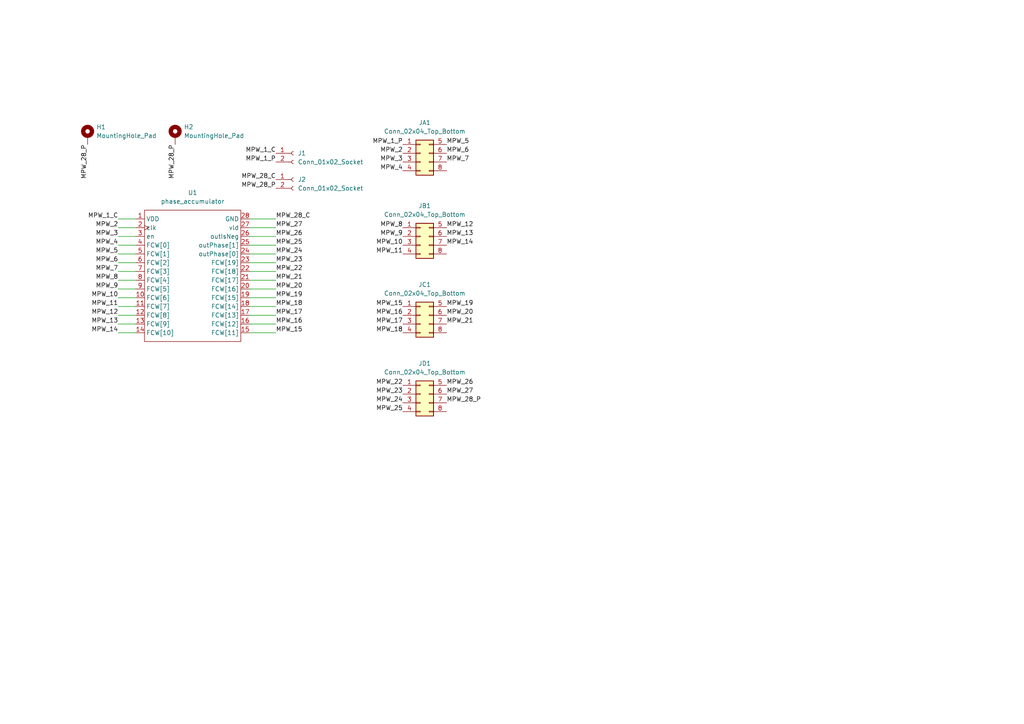
<source format=kicad_sch>
(kicad_sch (version 20250114) (generator "eeschema") (generator_version "9.0")
  (paper "A4")
  (lib_symbols
    (symbol "Connector:Conn_01x02_Socket" (pin_names (offset 1.016) (hide yes))
      (property "Reference" "J" (at 0 2.54 0))
      (property "Value" "Conn_01x02_Socket" (at 0 -5.08 0))
      (symbol "Conn_01x02_Socket_1_1"
        (polyline (pts (xy -1.27 0) (xy -0.508 0)) (stroke (width 0.1524)))
        (polyline (pts (xy -1.27 -2.54) (xy -0.508 -2.54)) (stroke (width 0.1524)))
        (arc (start 0 -0.508) (mid -0.5058 0) (end 0 0.508) (stroke (width 0.1524)))
        (arc (start 0 -3.048) (mid -0.5058 -2.54) (end 0 -2.032) (stroke (width 0.1524)))
        (pin passive line (at -5.08 0 0) (length 3.81) (name "Pin_1") (number "1"))
        (pin passive line (at -5.08 -2.54 0) (length 3.81) (name "Pin_2") (number "2"))
      )
    )
    (symbol "Connector_Generic:Conn_02x04_Top_Bottom" (pin_names (offset 1.016) (hide yes))
      (property "Reference" "J" (at 1.27 5.08 0))
      (property "Value" "Conn_02x04_Top_Bottom" (at 1.27 -7.62 0))
      (symbol "Conn_02x04_Top_Bottom_1_1"
        (rectangle (start -1.27 3.81) (end 3.81 -6.35) (stroke (width 0.254)) (fill (type background)))
        (rectangle (start -1.27 2.667) (end 0 2.413) (stroke (width 0.1524)))
        (rectangle (start -1.27 0.127) (end 0 -0.127) (stroke (width 0.1524)))
        (rectangle (start -1.27 -2.413) (end 0 -2.667) (stroke (width 0.1524)))
        (rectangle (start -1.27 -4.953) (end 0 -5.207) (stroke (width 0.1524)))
        (rectangle (start 3.81 2.667) (end 2.54 2.413) (stroke (width 0.1524)))
        (rectangle (start 3.81 0.127) (end 2.54 -0.127) (stroke (width 0.1524)))
        (rectangle (start 3.81 -2.413) (end 2.54 -2.667) (stroke (width 0.1524)))
        (rectangle (start 3.81 -4.953) (end 2.54 -5.207) (stroke (width 0.1524)))
        (pin passive line (at -5.08 2.54 0) (length 3.81) (name "Pin_1") (number "1"))
        (pin passive line (at -5.08 0 0) (length 3.81) (name "Pin_2") (number "2"))
        (pin passive line (at -5.08 -2.54 0) (length 3.81) (name "Pin_3") (number "3"))
        (pin passive line (at -5.08 -5.08 0) (length 3.81) (name "Pin_4") (number "4"))
        (pin passive line (at 7.62 2.54 180) (length 3.81) (name "Pin_5") (number "5"))
        (pin passive line (at 7.62 0 180) (length 3.81) (name "Pin_6") (number "6"))
        (pin passive line (at 7.62 -2.54 180) (length 3.81) (name "Pin_7") (number "7"))
        (pin passive line (at 7.62 -5.08 180) (length 3.81) (name "Pin_8") (number "8"))
      )
    )
    (symbol "Mechanical:MountingHole_Pad" (pin_numbers (hide yes)) (pin_names (offset 1.016) (hide yes)) (in_bom no)
      (property "Reference" "H" (at 0 6.35 0))
      (property "Value" "MountingHole_Pad" (at 0 4.445 0))
      (symbol "MountingHole_Pad_0_1"
        (circle (center 0 1.27) (radius 1.27) (stroke (width 1.27)))
      )
      (symbol "MountingHole_Pad_1_1"
        (pin input line (at 0 -2.54 90) (length 2.54) (name "1") (number "1"))
      )
    )
    (symbol "user_mychip25y1st_nco_sub1:NCO_Sub1"
      (property "Reference" "U" (at 0 22.86 0))
      (property "Value" "phase_accumulator" (at 0 20.32 0))
      (symbol "NCO_Sub1_0_1"
        (rectangle (start -13.97 19.05) (end 13.97 -19.05))
      )
      (symbol "NCO_Sub1_1_1"
        (pin power_in line (at -16.51 16.51 0) (length 2.54) (name "VDD") (number "1"))
        (pin input clock (at -16.51 13.97 0) (length 2.54) (name "clk") (number "2"))
        (pin input line (at -16.51 11.43 0) (length 2.54) (name "en") (number "3"))
        (pin input line (at -16.51 8.89 0) (length 2.54) (name "FCW[0]") (number "4"))
        (pin input line (at -16.51 6.35 0) (length 2.54) (name "FCW[1]") (number "5"))
        (pin input line (at -16.51 3.81 0) (length 2.54) (name "FCW[2]") (number "6"))
        (pin input line (at -16.51 1.27 0) (length 2.54) (name "FCW[3]") (number "7"))
        (pin input line (at -16.51 -1.27 0) (length 2.54) (name "FCW[4]") (number "8"))
        (pin input line (at -16.51 -3.81 0) (length 2.54) (name "FCW[5]") (number "9"))
        (pin input line (at -16.51 -6.35 0) (length 2.54) (name "FCW[6]") (number "10"))
        (pin input line (at -16.51 -8.89 0) (length 2.54) (name "FCW[7]") (number "11"))
        (pin input line (at -16.51 -11.43 0) (length 2.54) (name "FCW[8]") (number "12"))
        (pin input line (at -16.51 -13.97 0) (length 2.54) (name "FCW[9]") (number "13"))
        (pin input line (at -16.51 -16.51 0) (length 2.54) (name "FCW[10]") (number "14"))
        (pin power_in line (at 16.51 16.51 180) (length 2.54) (name "GND") (number "28"))
        (pin output line (at 16.51 13.97 180) (length 2.54) (name "vld") (number "27"))
        (pin output line (at 16.51 11.43 180) (length 2.54) (name "outIsNeg") (number "26"))
        (pin output line (at 16.51 8.89 180) (length 2.54) (name "outPhase[1]") (number "25"))
        (pin output line (at 16.51 6.35 180) (length 2.54) (name "outPhase[0]") (number "24"))
        (pin input line (at 16.51 3.81 180) (length 2.54) (name "FCW[19]") (number "23"))
        (pin input line (at 16.51 1.27 180) (length 2.54) (name "FCW[18]") (number "22"))
        (pin input line (at 16.51 -1.27 180) (length 2.54) (name "FCW[17]") (number "21"))
        (pin input line (at 16.51 -3.81 180) (length 2.54) (name "FCW[16]") (number "20"))
        (pin input line (at 16.51 -6.35 180) (length 2.54) (name "FCW[15]") (number "19"))
        (pin input line (at 16.51 -8.89 180) (length 2.54) (name "FCW[14]") (number "18"))
        (pin input line (at 16.51 -11.43 180) (length 2.54) (name "FCW[13]") (number "17"))
        (pin input line (at 16.51 -13.97 180) (length 2.54) (name "FCW[12]") (number "16"))
        (pin input line (at 16.51 -16.51 180) (length 2.54) (name "FCW[11]") (number "15"))
      )
    )
  )
  (wire (pts (xy 34.29 71.12) (xy 39.37 71.12)))
  (wire (pts (xy 80.01 76.2) (xy 72.39 76.2)))
  (wire (pts (xy 80.01 91.44) (xy 72.39 91.44)))
  (wire (pts (xy 80.01 88.9) (xy 72.39 88.9)))
  (wire (pts (xy 34.29 63.5) (xy 39.37 63.5)))
  (wire (pts (xy 80.01 73.66) (xy 72.39 73.66)))
  (wire (pts (xy 34.29 66.04) (xy 39.37 66.04)))
  (wire (pts (xy 34.29 78.74) (xy 39.37 78.74)))
  (wire (pts (xy 80.01 81.28) (xy 72.39 81.28)))
  (wire (pts (xy 80.01 93.98) (xy 72.39 93.98)))
  (wire (pts (xy 80.01 96.52) (xy 72.39 96.52)))
  (wire (pts (xy 34.29 81.28) (xy 39.37 81.28)))
  (wire (pts (xy 80.01 66.04) (xy 72.39 66.04)))
  (wire (pts (xy 80.01 71.12) (xy 72.39 71.12)))
  (wire (pts (xy 34.29 73.66) (xy 39.37 73.66)))
  (wire (pts (xy 80.01 86.36) (xy 72.39 86.36)))
  (wire (pts (xy 34.29 91.44) (xy 39.37 91.44)))
  (wire (pts (xy 34.29 68.58) (xy 39.37 68.58)))
  (wire (pts (xy 80.01 83.82) (xy 72.39 83.82)))
  (wire (pts (xy 34.29 76.2) (xy 39.37 76.2)))
  (wire (pts (xy 34.29 83.82) (xy 39.37 83.82)))
  (wire (pts (xy 80.01 78.74) (xy 72.39 78.74)))
  (wire (pts (xy 80.01 68.58) (xy 72.39 68.58)))
  (wire (pts (xy 34.29 93.98) (xy 39.37 93.98)))
  (wire (pts (xy 34.29 88.9) (xy 39.37 88.9)))
  (wire (pts (xy 34.29 86.36) (xy 39.37 86.36)))
  (wire (pts (xy 34.29 96.52) (xy 39.37 96.52)))
  (wire (pts (xy 80.01 63.5) (xy 72.39 63.5)))
  (label "MPW_18" (at 80.01 88.9 0))
  (label "MPW_2" (at 34.29 66.04 180))
  (label "MPW_25" (at 80.01 71.12 0))
  (label "MPW_24" (at 116.84 116.84 180))
  (label "MPW_6" (at 129.54 44.45 0))
  (label "MPW_25" (at 116.84 119.38 180))
  (label "MPW_13" (at 129.54 68.58 0))
  (label "MPW_11" (at 34.29 88.9 180))
  (label "MPW_13" (at 34.29 93.98 180))
  (label "MPW_15" (at 116.84 88.9 180))
  (label "MPW_19" (at 129.54 88.9 0))
  (label "MPW_11" (at 116.84 73.66 180))
  (label "MPW_16" (at 116.84 91.44 180))
  (label "MPW_27" (at 129.54 114.3 0))
  (label "MPW_22" (at 80.01 78.74 0))
  (label "MPW_8" (at 34.29 81.28 180))
  (label "MPW_9" (at 116.84 68.58 180))
  (label "MPW_16" (at 80.01 93.98 0))
  (label "MPW_15" (at 80.01 96.52 0))
  (label "MPW_22" (at 116.84 111.76 180))
  (label "MPW_4" (at 116.84 49.53 180))
  (label "MPW_7" (at 34.29 78.74 180))
  (label "MPW_5" (at 34.29 73.66 180))
  (label "MPW_14" (at 34.29 96.52 180))
  (label "MPW_19" (at 80.01 86.36 0))
  (label "MPW_28_P" (at 129.54 116.84 0))
  (label "MPW_26" (at 80.01 68.58 0))
  (label "MPW_14" (at 129.54 71.12 0))
  (label "MPW_1_C" (at 80.01 44.45 180))
  (label "MPW_7" (at 129.54 46.99 0))
  (label "MPW_1_P" (at 80.01 46.99 180))
  (label "MPW_28_P" (at 25.4 41.91 270))
  (label "MPW_17" (at 80.01 91.44 0))
  (label "MPW_17" (at 116.84 93.98 180))
  (label "MPW_24" (at 80.01 73.66 0))
  (label "MPW_1_C" (at 34.29 63.5 180))
  (label "MPW_9" (at 34.29 83.82 180))
  (label "MPW_2" (at 116.84 44.45 180))
  (label "MPW_27" (at 80.01 66.04 0))
  (label "MPW_20" (at 80.01 83.82 0))
  (label "MPW_4" (at 34.29 71.12 180))
  (label "MPW_5" (at 129.54 41.91 0))
  (label "MPW_28_P" (at 50.8 41.91 270))
  (label "MPW_23" (at 116.84 114.3 180))
  (label "MPW_21" (at 129.54 93.98 0))
  (label "MPW_28_P" (at 80.01 54.61 180))
  (label "MPW_3" (at 116.84 46.99 180))
  (label "MPW_21" (at 80.01 81.28 0))
  (label "MPW_18" (at 116.84 96.52 180))
  (label "MPW_8" (at 116.84 66.04 180))
  (label "MPW_26" (at 129.54 111.76 0))
  (label "MPW_12" (at 34.29 91.44 180))
  (label "MPW_6" (at 34.29 76.2 180))
  (label "MPW_28_C" (at 80.01 52.07 180))
  (label "MPW_10" (at 116.84 71.12 180))
  (label "MPW_20" (at 129.54 91.44 0))
  (label "MPW_28_C" (at 80.01 63.5 0))
  (label "MPW_12" (at 129.54 66.04 0))
  (label "MPW_23" (at 80.01 76.2 0))
  (label "MPW_1_P" (at 116.84 41.91 180))
  (label "MPW_10" (at 34.29 86.36 180))
  (label "MPW_3" (at 34.29 68.58 180))
  (symbol (lib_id "Connector_Generic:Conn_02x04_Top_Bottom") (at 121.92 44.45 0) (unit 1)
    (property "Reference" "JA1" (at 123.19 35.56 0))
    (property "Value" "Conn_02x04_Top_Bottom" (at 123.19 38.1 0))
    (property "Footprint" "Connector_PinSocket_2.54mm:PinSocket_2x04_P2.54mm_Vertical" (effects (hide yes)))
    (property "Description" "Generic connector, double row, 02x04, top/bottom pin numbering scheme (row 1: 1...pins_per_row, row2: pins_per_row+1 ... num_pins), script generated (kicad-library-utils/schlib/autogen/connector/)" (effects (hide yes)))
  )
  (symbol (lib_id "user_mychip25y1st_nco_sub1:NCO_Sub1") (at 55.88 80.01 0) (unit 1)
    (property "Reference" "U1" (at 55.88 55.88 0))
    (property "Value" "phase_accumulator" (at 55.88 58.42 0))
    (property "Footprint" "user_socket28_2p54:user_socket28_2p54" (effects (hide yes)))
    (property "Datasheet" "kicad-embed://NCO-subs pinmap 28pin package.pdf" (effects (hide yes)))
    (property "Description" "MyChip 25y1st phase_accumulator(NCO_Sub1)" (effects (hide yes)))
  )
  (symbol (lib_id "Connector_Generic:Conn_02x04_Top_Bottom") (at 121.92 91.44 0) (unit 1)
    (property "Reference" "JC1" (at 123.19 82.55 0))
    (property "Value" "Conn_02x04_Top_Bottom" (at 123.19 85.09 0))
    (property "Footprint" "Connector_PinSocket_2.54mm:PinSocket_2x04_P2.54mm_Vertical" (effects (hide yes)))
    (property "Description" "Generic connector, double row, 02x04, top/bottom pin numbering scheme (row 1: 1...pins_per_row, row2: pins_per_row+1 ... num_pins), script generated (kicad-library-utils/schlib/autogen/connector/)" (effects (hide yes)))
  )
  (symbol (lib_id "Connector_Generic:Conn_02x04_Top_Bottom") (at 121.92 68.58 0) (unit 1)
    (property "Reference" "JB1" (at 123.19 59.69 0))
    (property "Value" "Conn_02x04_Top_Bottom" (at 123.19 62.23 0))
    (property "Footprint" "Connector_PinSocket_2.54mm:PinSocket_2x04_P2.54mm_Vertical" (effects (hide yes)))
    (property "Description" "Generic connector, double row, 02x04, top/bottom pin numbering scheme (row 1: 1...pins_per_row, row2: pins_per_row+1 ... num_pins), script generated (kicad-library-utils/schlib/autogen/connector/)" (effects (hide yes)))
  )
  (symbol (lib_id "Mechanical:MountingHole_Pad") (at 25.4 39.37 0) (unit 1) (in_bom no)
    (property "Reference" "H1" (at 27.94 36.8299 0) (effects (justify left)))
    (property "Value" "MountingHole_Pad" (at 27.94 39.3699 0) (effects (justify left)))
    (property "Footprint" "MountingHole:MountingHole_3.2mm_M3_Pad" (effects (hide yes)))
    (property "Description" "Mounting Hole with connection" (effects (hide yes)))
  )
  (symbol (lib_id "Connector:Conn_01x02_Socket") (at 85.09 52.07 0) (unit 1)
    (property "Reference" "J2" (at 86.36 52.0699 0) (effects (justify left)))
    (property "Value" "Conn_01x02_Socket" (at 86.36 54.6099 0) (effects (justify left)))
    (property "Footprint" "Connector_PinHeader_2.54mm:PinHeader_1x02_P2.54mm_Vertical" (effects (hide yes)))
    (property "Description" "Generic connector, single row, 01x02, script generated" (effects (hide yes)))
  )
  (symbol (lib_id "Connector:Conn_01x02_Socket") (at 85.09 44.45 0) (unit 1)
    (property "Reference" "J1" (at 86.36 44.4499 0) (effects (justify left)))
    (property "Value" "Conn_01x02_Socket" (at 86.36 46.9899 0) (effects (justify left)))
    (property "Footprint" "Connector_PinHeader_2.54mm:PinHeader_1x02_P2.54mm_Vertical" (effects (hide yes)))
    (property "Description" "Generic connector, single row, 01x02, script generated" (effects (hide yes)))
  )
  (symbol (lib_id "Connector_Generic:Conn_02x04_Top_Bottom") (at 121.92 114.3 0) (unit 1)
    (property "Reference" "JD1" (at 123.19 105.41 0))
    (property "Value" "Conn_02x04_Top_Bottom" (at 123.19 107.95 0))
    (property "Footprint" "Connector_PinSocket_2.54mm:PinSocket_2x04_P2.54mm_Vertical" (effects (hide yes)))
    (property "Description" "Generic connector, double row, 02x04, top/bottom pin numbering scheme (row 1: 1...pins_per_row, row2: pins_per_row+1 ... num_pins), script generated (kicad-library-utils/schlib/autogen/connector/)" (effects (hide yes)))
  )
  (symbol (lib_id "Mechanical:MountingHole_Pad") (at 50.8 39.37 0) (unit 1) (in_bom no)
    (property "Reference" "H2" (at 53.34 36.8299 0) (effects (justify left)))
    (property "Value" "MountingHole_Pad" (at 53.34 39.3699 0) (effects (justify left)))
    (property "Footprint" "MountingHole:MountingHole_3.2mm_M3_Pad" (effects (hide yes)))
    (property "Description" "Mounting Hole with connection" (effects (hide yes)))
  )
)
</source>
